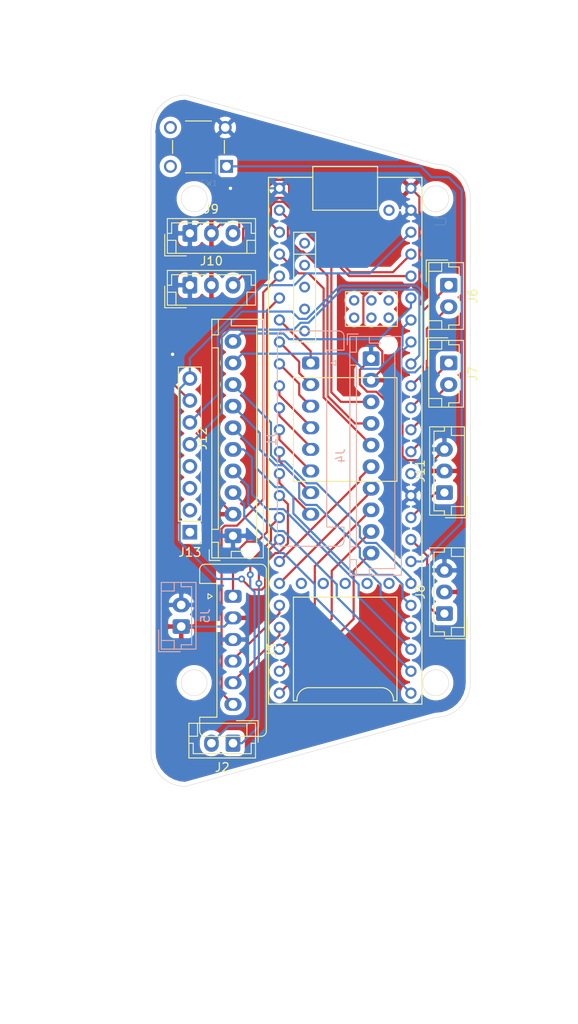
<source format=kicad_pcb>
(kicad_pcb (version 20171130) (host pcbnew "(5.1.6)-1")
  (layers (0 F.Cu signal) (31 B.Cu signal) (34 B.Paste user) (35 F.Paste user) (36 B.SilkS user) (37 F.SilkS user) (38 B.Mask user) (39 F.Mask user) (44 Edge.Cuts user))
  (net 0 "")
  (net 1 "Net-(J1-Pad8)")
  (net 2 "Net-(J1-Pad7)")
  (net 3 "Net-(J1-Pad6)")
  (net 4 "Net-(J1-Pad5)")
  (net 5 "Net-(J1-Pad4)")
  (net 6 "Net-(J1-Pad3)")
  (net 7 "Net-(J1-Pad2)")
  (net 8 "Net-(J1-Pad1)")
  (net 9 "Net-(J2-Pad2)")
  (net 10 "Net-(J2-Pad1)")
  (net 11 "Net-(J3-Pad6)")
  (net 12 "Net-(J3-Pad5)")
  (net 13 "Net-(J3-Pad4)")
  (net 14 GND)
  (net 15 +5V)
  (net 16 "Net-(J3-Pad1)")
  (net 17 "Net-(J4-Pad10)")
  (net 18 "Net-(J4-Pad9)")
  (net 19 "Net-(J4-Pad8)")
  (net 20 "Net-(J4-Pad7)")
  (net 21 "Net-(J4-Pad6)")
  (net 22 "Net-(J4-Pad5)")
  (net 23 "Net-(J4-Pad4)")
  (net 24 "Net-(J4-Pad3)")
  (net 25 "Net-(J6-Pad2)")
  (net 26 "Net-(J6-Pad1)")
  (net 27 "Net-(J7-Pad2)")
  (net 28 "Net-(J7-Pad1)")
  (net 29 "Net-(J8-Pad1)")
  (net 30 "Net-(J9-Pad3)")
  (net 31 "Net-(J10-Pad3)")
  (net 32 "Net-(J11-Pad1)")
  (net 33 "Net-(J12-Pad10)")
  (net 34 "Net-(J12-Pad9)")
  (net 35 "Net-(J12-Pad8)")
  (net 36 "Net-(J12-Pad7)")
  (net 37 "Net-(J12-Pad6)")
  (net 38 "Net-(J12-Pad5)")
  (net 39 "Net-(J12-Pad4)")
  (net 40 "Net-(J12-Pad3)")
  (net 41 +3V3)
  (net 42 "Net-(J13-Pad6)")
  (net 43 "Net-(J13-Pad5)")
  (net 44 "Net-(J13-Pad4)")
  (net 45 "Net-(J13-Pad3)")
  (net 46 "Net-(J13-Pad2)")
  (net 47 "Net-(J13-Pad1)")
  (net 48 "Net-(SW1-Pad4)")
  (net 49 "Net-(SW1-Pad2)")
  (net 50 "Net-(SW1-Pad1)")
  (net 51 "Net-(U1-PadUSB_GND@2)")
  (net 52 "Net-(U1-PadUSB_GND)")
  (net 53 "Net-(U1-PadD+)")
  (net 54 "Net-(U1-PadD)")
  (net 55 "Net-(U1-Pad5V)")
  (net 56 "Net-(U1-PadT)")
  (net 57 "Net-(U1-PadLED)")
  (net 58 "Net-(U1-PadT+)")
  (net 59 "Net-(U1-PadG)")
  (net 60 "Net-(U1-PadR+)")
  (net 61 "Net-(U1-PadR)")
  (net 62 "Net-(U1-PadD13/LED)")
  (net 63 "Net-(U1-PadPROGRAM)")
  (net 64 "Net-(U1-PadVUSB)")
  (net 65 "Net-(U1-PadON/OFF)")
  (net 66 "Net-(U1-PadGND@2)")
  (net 67 "Net-(U1-Pad3.3V@2)")
  (net 68 "Net-(U1-PadVBAT)")
  (module DEV-16771:DEV-16771 (layer F.Cu) (at 244.5 73 270)
    (fp_text reference U1 (at -26.035 -11.049 90) (layer F.SilkS) (effects (font (size 1.4 1.4) (thickness 0.015))))
    (fp_text value "Main - Teensy 4.1")
    (pad USB_GND@2 thru_hole circle (at -12.7 4.7 270) (size 1.258 1.258) (drill 0.75) (layers *.Cu *.Mask) (net 51 "Net-(U1-PadUSB_GND@2)"))
    (pad USB_GND thru_hole circle (at -15.24 4.7 270) (size 1.258 1.258) (drill 0.75) (layers *.Cu *.Mask) (net 52 "Net-(U1-PadUSB_GND)"))
    (pad D+ thru_hole circle (at -17.78 4.7 270) (size 1.258 1.258) (drill 0.75) (layers *.Cu *.Mask) (net 53 "Net-(U1-PadD+)"))
    (pad D thru_hole circle (at -20.32 4.7 270) (size 1.258 1.258) (drill 0.75) (layers *.Cu *.Mask) (net 54 "Net-(U1-PadD)"))
    (pad 5V thru_hole circle (at -22.86 4.7 270) (size 1.258 1.258) (drill 0.75) (layers *.Cu *.Mask) (net 55 "Net-(U1-Pad5V)"))
    (pad T thru_hole circle (at -16.24 -1.04 270) (size 1.208 1.208) (drill 0.7) (layers *.Cu *.Mask) (net 56 "Net-(U1-PadT)"))
    (pad LED thru_hole circle (at -16.24 -3.04 270) (size 1.208 1.208) (drill 0.7) (layers *.Cu *.Mask) (net 57 "Net-(U1-PadLED)"))
    (pad T+ thru_hole circle (at -14.24 -1.04 270) (size 1.208 1.208) (drill 0.7) (layers *.Cu *.Mask) (net 58 "Net-(U1-PadT+)"))
    (pad G thru_hole circle (at -14.24 -3.04 270) (size 1.208 1.208) (drill 0.7) (layers *.Cu *.Mask) (net 59 "Net-(U1-PadG)"))
    (pad R+ thru_hole circle (at -16.24 -5.04 270) (size 1.208 1.208) (drill 0.7) (layers *.Cu *.Mask) (net 60 "Net-(U1-PadR+)"))
    (pad R thru_hole circle (at -14.24 -5.04 270) (size 1.208 1.208) (drill 0.7) (layers *.Cu *.Mask) (net 61 "Net-(U1-PadR)"))
    (pad D13/LED thru_hole circle (at 3.81 -7.62 270) (size 1.308 1.308) (drill 0.8) (layers *.Cu *.Mask) (net 62 "Net-(U1-PadD13/LED)"))
    (pad GND@1 thru_hole circle (at 6.35 -7.62 270) (size 1.308 1.308) (drill 0.8) (layers *.Cu *.Mask) (net 14 GND))
    (pad D41/A17 thru_hole circle (at 8.89 -7.62 270) (size 1.308 1.308) (drill 0.8) (layers *.Cu *.Mask) (net 32 "Net-(J11-Pad1)"))
    (pad D40/A16 thru_hole circle (at 11.43 -7.62 270) (size 1.308 1.308) (drill 0.8) (layers *.Cu *.Mask) (net 29 "Net-(J8-Pad1)"))
    (pad D39/A15 thru_hole circle (at 13.97 -7.62 270) (size 1.308 1.308) (drill 0.8) (layers *.Cu *.Mask) (net 50 "Net-(SW1-Pad1)"))
    (pad D37 thru_hole circle (at 19.05 -7.62 270) (size 1.308 1.308) (drill 0.8) (layers *.Cu *.Mask) (net 36 "Net-(J12-Pad7)"))
    (pad D36 thru_hole circle (at 21.59 -7.62 270) (size 1.308 1.308) (drill 0.8) (layers *.Cu *.Mask) (net 37 "Net-(J12-Pad6)"))
    (pad D35 thru_hole circle (at 24.13 -7.62 270) (size 1.308 1.308) (drill 0.8) (layers *.Cu *.Mask) (net 38 "Net-(J12-Pad5)"))
    (pad D34 thru_hole circle (at 26.67 -7.62 270) (size 1.308 1.308) (drill 0.8) (layers *.Cu *.Mask) (net 39 "Net-(J12-Pad4)"))
    (pad D33 thru_hole circle (at 29.21 -7.62 270) (size 1.308 1.308) (drill 0.8) (layers *.Cu *.Mask) (net 40 "Net-(J12-Pad3)"))
    (pad D32 thru_hole circle (at 29.21 7.62 270) (size 1.308 1.308) (drill 0.8) (layers *.Cu *.Mask) (net 17 "Net-(J4-Pad10)"))
    (pad D31 thru_hole circle (at 26.67 7.62 270) (size 1.308 1.308) (drill 0.8) (layers *.Cu *.Mask) (net 18 "Net-(J4-Pad9)"))
    (pad D30 thru_hole circle (at 24.13 7.62 270) (size 1.308 1.308) (drill 0.8) (layers *.Cu *.Mask) (net 19 "Net-(J4-Pad8)"))
    (pad D29 thru_hole circle (at 21.59 7.62 270) (size 1.308 1.308) (drill 0.8) (layers *.Cu *.Mask) (net 12 "Net-(J3-Pad5)"))
    (pad D28 thru_hole circle (at 19.05 7.62 270) (size 1.308 1.308) (drill 0.8) (layers *.Cu *.Mask) (net 13 "Net-(J3-Pad4)"))
    (pad D27/A13 thru_hole circle (at 16.51 7.62 270) (size 1.308 1.308) (drill 0.8) (layers *.Cu *.Mask) (net 20 "Net-(J4-Pad7)"))
    (pad D26/A12 thru_hole circle (at 13.97 7.62 270) (size 1.308 1.308) (drill 0.8) (layers *.Cu *.Mask) (net 21 "Net-(J4-Pad6)"))
    (pad D25/A11 thru_hole circle (at 11.43 7.62 270) (size 1.308 1.308) (drill 0.8) (layers *.Cu *.Mask) (net 10 "Net-(J2-Pad1)"))
    (pad D24/A10 thru_hole circle (at 8.89 7.62 270) (size 1.308 1.308) (drill 0.8) (layers *.Cu *.Mask) (net 9 "Net-(J2-Pad2)"))
    (pad 3.3V thru_hole circle (at 6.35 7.62 270) (size 1.308 1.308) (drill 0.8) (layers *.Cu *.Mask) (net 41 +3V3))
    (pad PROGRAM thru_hole circle (at 16.51 -2.54 270) (size 1.308 1.308) (drill 0.8) (layers *.Cu *.Mask) (net 63 "Net-(U1-PadPROGRAM)"))
    (pad VUSB thru_hole circle (at -26.67 -5.08 270) (size 1.308 1.308) (drill 0.8) (layers *.Cu *.Mask) (net 64 "Net-(U1-PadVUSB)"))
    (pad VIN thru_hole circle (at -29.21 -7.62 270) (size 1.308 1.308) (drill 0.8) (layers *.Cu *.Mask) (net 15 +5V))
    (pad AGND thru_hole circle (at -26.67 -7.62 270) (size 1.308 1.308) (drill 0.8) (layers *.Cu *.Mask) (net 14 GND))
    (pad 3.3V@1 thru_hole circle (at -24.13 -7.62 270) (size 1.308 1.308) (drill 0.8) (layers *.Cu *.Mask) (net 41 +3V3))
    (pad D23/A9 thru_hole circle (at -21.59 -7.62 270) (size 1.308 1.308) (drill 0.8) (layers *.Cu *.Mask) (net 30 "Net-(J9-Pad3)"))
    (pad D22/A8 thru_hole circle (at -19.05 -7.62 270) (size 1.308 1.308) (drill 0.8) (layers *.Cu *.Mask) (net 31 "Net-(J10-Pad3)"))
    (pad D21/A7 thru_hole circle (at -16.51 -7.62 270) (size 1.308 1.308) (drill 0.8) (layers *.Cu *.Mask) (net 33 "Net-(J12-Pad10)"))
    (pad D20/A6 thru_hole circle (at -13.97 -7.62 270) (size 1.308 1.308) (drill 0.8) (layers *.Cu *.Mask) (net 34 "Net-(J12-Pad9)"))
    (pad D19/A5 thru_hole circle (at -11.43 -7.62 270) (size 1.308 1.308) (drill 0.8) (layers *.Cu *.Mask) (net 42 "Net-(J13-Pad6)"))
    (pad D18/A4 thru_hole circle (at -8.89 -7.62 270) (size 1.308 1.308) (drill 0.8) (layers *.Cu *.Mask) (net 43 "Net-(J13-Pad5)"))
    (pad D17/A3 thru_hole circle (at -6.35 -7.62 270) (size 1.308 1.308) (drill 0.8) (layers *.Cu *.Mask) (net 26 "Net-(J6-Pad1)"))
    (pad D16/A2 thru_hole circle (at -3.81 -7.62 270) (size 1.308 1.308) (drill 0.8) (layers *.Cu *.Mask) (net 25 "Net-(J6-Pad2)"))
    (pad D15/A1 thru_hole circle (at -1.27 -7.62 270) (size 1.308 1.308) (drill 0.8) (layers *.Cu *.Mask) (net 28 "Net-(J7-Pad1)"))
    (pad D14/A0 thru_hole circle (at 1.27 -7.62 270) (size 1.308 1.308) (drill 0.8) (layers *.Cu *.Mask) (net 27 "Net-(J7-Pad2)"))
    (pad D38/A14 thru_hole circle (at 16.51 -7.62 270) (size 1.308 1.308) (drill 0.8) (layers *.Cu *.Mask) (net 35 "Net-(J12-Pad8)"))
    (pad ON/OFF thru_hole circle (at 16.51 -5.08 270) (size 1.308 1.308) (drill 0.8) (layers *.Cu *.Mask) (net 65 "Net-(U1-PadON/OFF)"))
    (pad GND@2 thru_hole circle (at 16.51 0 270) (size 1.308 1.308) (drill 0.8) (layers *.Cu *.Mask) (net 66 "Net-(U1-PadGND@2)"))
    (pad 3.3V@2 thru_hole circle (at 16.51 2.54 270) (size 1.308 1.308) (drill 0.8) (layers *.Cu *.Mask) (net 67 "Net-(U1-Pad3.3V@2)"))
    (pad VBAT thru_hole circle (at 16.51 5.08 270) (size 1.308 1.308) (drill 0.8) (layers *.Cu *.Mask) (net 68 "Net-(U1-PadVBAT)"))
    (pad D12 thru_hole circle (at 3.81 7.62 270) (size 1.308 1.308) (drill 0.8) (layers *.Cu *.Mask) (net 1 "Net-(J1-Pad8)"))
    (pad D11 thru_hole circle (at 1.27 7.62 270) (size 1.308 1.308) (drill 0.8) (layers *.Cu *.Mask) (net 2 "Net-(J1-Pad7)"))
    (pad D10 thru_hole circle (at -1.27 7.62 270) (size 1.308 1.308) (drill 0.8) (layers *.Cu *.Mask) (net 3 "Net-(J1-Pad6)"))
    (pad D9 thru_hole circle (at -3.81 7.62 270) (size 1.308 1.308) (drill 0.8) (layers *.Cu *.Mask) (net 4 "Net-(J1-Pad5)"))
    (pad D8 thru_hole circle (at -6.35 7.62 270) (size 1.308 1.308) (drill 0.8) (layers *.Cu *.Mask) (net 5 "Net-(J1-Pad4)"))
    (pad D7 thru_hole circle (at -8.89 7.62 270) (size 1.308 1.308) (drill 0.8) (layers *.Cu *.Mask) (net 6 "Net-(J1-Pad3)"))
    (pad D6 thru_hole circle (at -11.43 7.62 270) (size 1.308 1.308) (drill 0.8) (layers *.Cu *.Mask) (net 7 "Net-(J1-Pad2)"))
    (pad D5 thru_hole circle (at -13.97 7.62 270) (size 1.308 1.308) (drill 0.8) (layers *.Cu *.Mask) (net 8 "Net-(J1-Pad1)"))
    (pad D4 thru_hole circle (at -16.51 7.62 270) (size 1.308 1.308) (drill 0.8) (layers *.Cu *.Mask) (net 16 "Net-(J3-Pad1)"))
    (pad D3 thru_hole circle (at -19.05 7.62 270) (size 1.308 1.308) (drill 0.8) (layers *.Cu *.Mask) (net 11 "Net-(J3-Pad6)"))
    (pad D2 thru_hole circle (at -21.59 7.62 270) (size 1.308 1.308) (drill 0.8) (layers *.Cu *.Mask) (net 22 "Net-(J4-Pad5)"))
    (pad D1 thru_hole circle (at -24.13 7.62 270) (size 1.308 1.308) (drill 0.8) (layers *.Cu *.Mask) (net 24 "Net-(J4-Pad3)"))
    (pad D0 thru_hole circle (at -26.67 7.62 270) (size 1.308 1.308) (drill 0.8) (layers *.Cu *.Mask) (net 23 "Net-(J4-Pad4)"))
    (pad GND thru_hole circle (at -29.21 7.62 270) (size 1.308 1.308) (drill 0.8) (layers *.Cu *.Mask) (net 14 GND))
  )
  (module button:TE_3-1825910-1 (layer F.Cu) (at 227.5 39 180)
    (fp_text reference SW1 (at -1.219648 -4.182039) (layer F.SilkS) (effects (font (size 0.640864 0.640864) (thickness 0.015))))
    (fp_text value 3-1825910-1)
    (pad 4 thru_hole circle (at 3.25 2.25 180) (size 1.498 1.498) (drill 0.99) (layers *.Cu *.Mask) (net 48 "Net-(SW1-Pad4)"))
    (pad 3 thru_hole circle (at -3.1 2.25 180) (size 1.498 1.498) (drill 0.99) (layers *.Cu *.Mask) (net 14 GND))
    (pad 2 thru_hole circle (at 3.25 -2.25 180) (size 1.498 1.498) (drill 0.99) (layers *.Cu *.Mask) (net 49 "Net-(SW1-Pad2)"))
    (pad 1 thru_hole rect (at -3.25 -2.25 180) (size 1.498 1.498) (drill 0.99) (layers *.Cu *.Mask) (net 50 "Net-(SW1-Pad1)"))
  )
  (module Connector_PinHeader_2.54mm:PinHeader_1x08_P2.54mm_Vertical (layer F.Cu) (at 226.5 83.58 180)
    (fp_text reference J13 (at 0 -2.33) (layer F.SilkS))
    (fp_text value BNO-055)
    (pad 8 thru_hole oval (at 0 17.78 180) (size 1.7 1.7) (drill 1) (layers *.Cu *.Mask) (net 41 +3V3))
    (pad 7 thru_hole oval (at 0 15.24 180) (size 1.7 1.7) (drill 1) (layers *.Cu *.Mask) (net 14 GND))
    (pad 6 thru_hole oval (at 0 12.7 180) (size 1.7 1.7) (drill 1) (layers *.Cu *.Mask) (net 42 "Net-(J13-Pad6)"))
    (pad 5 thru_hole oval (at 0 10.16 180) (size 1.7 1.7) (drill 1) (layers *.Cu *.Mask) (net 43 "Net-(J13-Pad5)"))
    (pad 4 thru_hole oval (at 0 7.62 180) (size 1.7 1.7) (drill 1) (layers *.Cu *.Mask) (net 44 "Net-(J13-Pad4)"))
    (pad 3 thru_hole oval (at 0 5.08 180) (size 1.7 1.7) (drill 1) (layers *.Cu *.Mask) (net 45 "Net-(J13-Pad3)"))
    (pad 2 thru_hole oval (at 0 2.54 180) (size 1.7 1.7) (drill 1) (layers *.Cu *.Mask) (net 46 "Net-(J13-Pad2)"))
    (pad 1 thru_hole rect (at 0 0 180) (size 1.7 1.7) (drill 1) (layers *.Cu *.Mask) (net 47 "Net-(J13-Pad1)"))
  )
  (module Connector_JST:JST_XH_B10B-XH-AM_1x10_P2.50mm_Vertical (layer F.Cu) (at 231.5 84 90)
    (fp_text reference J12 (at 11.25 -3.55 90) (layer F.SilkS))
    (fp_text value Conn_01x10_Male)
    (pad "" np_thru_hole circle (at -1.6 2 90) (size 1.2 1.2) (drill 1.2) (layers *.Cu *.Mask))
    (pad 10 thru_hole oval (at 22.5 0 90) (size 1.7 1.95) (drill 0.95) (layers *.Cu *.Mask) (net 33 "Net-(J12-Pad10)"))
    (pad 9 thru_hole oval (at 20 0 90) (size 1.7 1.95) (drill 0.95) (layers *.Cu *.Mask) (net 34 "Net-(J12-Pad9)"))
    (pad 8 thru_hole oval (at 17.5 0 90) (size 1.7 1.95) (drill 0.95) (layers *.Cu *.Mask) (net 35 "Net-(J12-Pad8)"))
    (pad 7 thru_hole oval (at 15 0 90) (size 1.7 1.95) (drill 0.95) (layers *.Cu *.Mask) (net 36 "Net-(J12-Pad7)"))
    (pad 6 thru_hole oval (at 12.5 0 90) (size 1.7 1.95) (drill 0.95) (layers *.Cu *.Mask) (net 37 "Net-(J12-Pad6)"))
    (pad 5 thru_hole oval (at 10 0 90) (size 1.7 1.95) (drill 0.95) (layers *.Cu *.Mask) (net 38 "Net-(J12-Pad5)"))
    (pad 4 thru_hole oval (at 7.5 0 90) (size 1.7 1.95) (drill 0.95) (layers *.Cu *.Mask) (net 39 "Net-(J12-Pad4)"))
    (pad 3 thru_hole oval (at 5 0 90) (size 1.7 1.95) (drill 0.95) (layers *.Cu *.Mask) (net 40 "Net-(J12-Pad3)"))
    (pad 2 thru_hole oval (at 2.5 0 90) (size 1.7 1.95) (drill 0.95) (layers *.Cu *.Mask) (net 15 +5V))
    (pad 1 thru_hole roundrect (at 0 0 90) (size 1.7 1.95) (drill 0.95) (layers *.Cu *.Mask) (roundrect_rratio 0.147059) (net 14 GND))
  )
  (module Connector_JST:JST_EH_B3B-EH-A_1x03_P2.50mm_Vertical (layer F.Cu) (at 256 79 90)
    (fp_text reference J11 (at 2.5 -2.8 90) (layer F.SilkS))
    (fp_text value A16)
    (pad 3 thru_hole oval (at 5 0 90) (size 1.7 1.95) (drill 0.95) (layers *.Cu *.Mask) (net 14 GND))
    (pad 2 thru_hole oval (at 2.5 0 90) (size 1.7 1.95) (drill 0.95) (layers *.Cu *.Mask) (net 15 +5V))
    (pad 1 thru_hole roundrect (at 0 0 90) (size 1.7 1.95) (drill 0.95) (layers *.Cu *.Mask) (roundrect_rratio 0.147059) (net 32 "Net-(J11-Pad1)"))
  )
  (module Connector_JST:JST_EH_B3B-EH-A_1x03_P2.50mm_Vertical (layer F.Cu) (at 226.5 55)
    (fp_text reference J10 (at 2.5 -2.8) (layer F.SilkS))
    (fp_text value "Dribbler 2")
    (pad 3 thru_hole oval (at 5 0) (size 1.7 1.95) (drill 0.95) (layers *.Cu *.Mask) (net 31 "Net-(J10-Pad3)"))
    (pad 2 thru_hole oval (at 2.5 0) (size 1.7 1.95) (drill 0.95) (layers *.Cu *.Mask) (net 15 +5V))
    (pad 1 thru_hole roundrect (at 0 0) (size 1.7 1.95) (drill 0.95) (layers *.Cu *.Mask) (roundrect_rratio 0.147059) (net 14 GND))
  )
  (module Connector_JST:JST_EH_B3B-EH-A_1x03_P2.50mm_Vertical (layer F.Cu) (at 226.5 49)
    (fp_text reference J9 (at 2.5 -2.8) (layer F.SilkS))
    (fp_text value "Dribbler 1")
    (pad 3 thru_hole oval (at 5 0) (size 1.7 1.95) (drill 0.95) (layers *.Cu *.Mask) (net 30 "Net-(J9-Pad3)"))
    (pad 2 thru_hole oval (at 2.5 0) (size 1.7 1.95) (drill 0.95) (layers *.Cu *.Mask) (net 15 +5V))
    (pad 1 thru_hole roundrect (at 0 0) (size 1.7 1.95) (drill 0.95) (layers *.Cu *.Mask) (roundrect_rratio 0.147059) (net 14 GND))
  )
  (module Connector_JST:JST_EH_B3B-EH-A_1x03_P2.50mm_Vertical (layer F.Cu) (at 256 93 90)
    (fp_text reference J8 (at 2.5 -2.8 90) (layer F.SilkS))
    (fp_text value A17)
    (pad 3 thru_hole oval (at 5 0 90) (size 1.7 1.95) (drill 0.95) (layers *.Cu *.Mask) (net 14 GND))
    (pad 2 thru_hole oval (at 2.5 0 90) (size 1.7 1.95) (drill 0.95) (layers *.Cu *.Mask) (net 15 +5V))
    (pad 1 thru_hole roundrect (at 0 0 90) (size 1.7 1.95) (drill 0.95) (layers *.Cu *.Mask) (roundrect_rratio 0.147059) (net 29 "Net-(J8-Pad1)"))
  )
  (module Connector_JST:JST_EH_B2B-EH-A_1x02_P2.50mm_Vertical (layer F.Cu) (at 256.5 64 270)
    (fp_text reference J7 (at 1.25 -2.8 90) (layer F.SilkS))
    (fp_text value UART2)
    (pad 2 thru_hole oval (at 2.5 0 270) (size 1.7 2) (drill 1) (layers *.Cu *.Mask) (net 27 "Net-(J7-Pad2)"))
    (pad 1 thru_hole roundrect (at 0 0 270) (size 1.7 2) (drill 1) (layers *.Cu *.Mask) (roundrect_rratio 0.147059) (net 28 "Net-(J7-Pad1)"))
  )
  (module Connector_JST:JST_EH_B2B-EH-A_1x02_P2.50mm_Vertical (layer F.Cu) (at 256.5 55 270)
    (fp_text reference J6 (at 1.25 -2.8 90) (layer F.SilkS))
    (fp_text value UART1)
    (pad 2 thru_hole oval (at 2.5 0 270) (size 1.7 2) (drill 1) (layers *.Cu *.Mask) (net 25 "Net-(J6-Pad2)"))
    (pad 1 thru_hole roundrect (at 0 0 270) (size 1.7 2) (drill 1) (layers *.Cu *.Mask) (roundrect_rratio 0.147059) (net 26 "Net-(J6-Pad1)"))
  )
  (module Connector_JST:JST_EH_B2B-EH-A_1x02_P2.50mm_Vertical (layer B.Cu) (at 225.5 94.5 90)
    (fp_text reference J5 (at 1.25 2.8 -90) (layer B.SilkS) (effects (justify mirror)))
    (fp_text value "B2B-XH-A(LF)(SN)")
    (pad 2 thru_hole oval (at 2.5 0 90) (size 1.7 2) (drill 1) (layers *.Cu *.Mask) (net 14 GND))
    (pad 1 thru_hole roundrect (at 0 0 90) (size 1.7 2) (drill 1) (layers *.Cu *.Mask) (roundrect_rratio 0.147059) (net 15 +5V))
  )
  (module Connector_JST:JST_XH_B10B-XH-AM_1x10_P2.50mm_Vertical (layer B.Cu) (at 247.5 63.5 270)
    (fp_text reference J4 (at 11.25 3.55 270) (layer B.SilkS) (effects (justify mirror)))
    (fp_text value "Lower Board Connector")
    (pad "" np_thru_hole circle (at -1.6 -2 270) (size 1.2 1.2) (drill 1.2) (layers *.Cu *.Mask))
    (pad 10 thru_hole oval (at 22.5 0 270) (size 1.7 1.95) (drill 0.95) (layers *.Cu *.Mask) (net 17 "Net-(J4-Pad10)"))
    (pad 9 thru_hole oval (at 20 0 270) (size 1.7 1.95) (drill 0.95) (layers *.Cu *.Mask) (net 18 "Net-(J4-Pad9)"))
    (pad 8 thru_hole oval (at 17.5 0 270) (size 1.7 1.95) (drill 0.95) (layers *.Cu *.Mask) (net 19 "Net-(J4-Pad8)"))
    (pad 7 thru_hole oval (at 15 0 270) (size 1.7 1.95) (drill 0.95) (layers *.Cu *.Mask) (net 20 "Net-(J4-Pad7)"))
    (pad 6 thru_hole oval (at 12.5 0 270) (size 1.7 1.95) (drill 0.95) (layers *.Cu *.Mask) (net 21 "Net-(J4-Pad6)"))
    (pad 5 thru_hole oval (at 10 0 270) (size 1.7 1.95) (drill 0.95) (layers *.Cu *.Mask) (net 22 "Net-(J4-Pad5)"))
    (pad 4 thru_hole oval (at 7.5 0 270) (size 1.7 1.95) (drill 0.95) (layers *.Cu *.Mask) (net 23 "Net-(J4-Pad4)"))
    (pad 3 thru_hole oval (at 5 0 270) (size 1.7 1.95) (drill 0.95) (layers *.Cu *.Mask) (net 24 "Net-(J4-Pad3)"))
    (pad 2 thru_hole oval (at 2.5 0 270) (size 1.7 1.95) (drill 0.95) (layers *.Cu *.Mask) (net 15 +5V))
    (pad 1 thru_hole roundrect (at 0 0 270) (size 1.7 1.95) (drill 0.95) (layers *.Cu *.Mask) (roundrect_rratio 0.147059) (net 14 GND))
  )
  (module Connector_Stocko:Stocko_MKS_1656-6-0-606_1x6_P2.50mm_Vertical (layer F.Cu) (at 231.5 91 270)
    (fp_text reference J3 (at 6.25 -4.5 90) (layer F.SilkS))
    (fp_text value Bluetooth)
    (pad 6 thru_hole oval (at 12.5 0 270) (size 1.5 2) (drill 1) (layers *.Cu *.Mask) (net 11 "Net-(J3-Pad6)"))
    (pad 5 thru_hole oval (at 10 0 270) (size 1.5 2) (drill 1) (layers *.Cu *.Mask) (net 12 "Net-(J3-Pad5)"))
    (pad 4 thru_hole oval (at 7.5 0 270) (size 1.5 2) (drill 1) (layers *.Cu *.Mask) (net 13 "Net-(J3-Pad4)"))
    (pad 3 thru_hole oval (at 5 0 270) (size 1.5 2) (drill 1) (layers *.Cu *.Mask) (net 14 GND))
    (pad 2 thru_hole oval (at 2.5 0 270) (size 1.5 2) (drill 1) (layers *.Cu *.Mask) (net 15 +5V))
    (pad 1 thru_hole roundrect (at 0 0 270) (size 1.5 2) (drill 1) (layers *.Cu *.Mask) (net 16 "Net-(J3-Pad1)"))
  )
  (module Connector_JST:JST_EH_B2B-EH-A_1x02_P2.50mm_Vertical (layer F.Cu) (at 231.5 108 180)
    (fp_text reference J2 (at 1.25 -2.8) (layer F.SilkS))
    (fp_text value Camera)
    (pad 2 thru_hole oval (at 2.5 0 180) (size 1.7 2) (drill 1) (layers *.Cu *.Mask) (net 9 "Net-(J2-Pad2)"))
    (pad 1 thru_hole roundrect (at 0 0 180) (size 1.7 2) (drill 1) (layers *.Cu *.Mask) (roundrect_rratio 0.147059) (net 10 "Net-(J2-Pad1)"))
  )
  (module Connector_Stocko:Stocko_MKS_1658-6-0-808_1x8_P2.50mm_Vertical (layer B.Cu) (at 240.5 64 270)
    (fp_text reference J1 (at 8.75 4.5 90) (layer B.SilkS) (effects (justify mirror)))
    (fp_text value "Motor Connector")
    (pad 8 thru_hole oval (at 17.5 0 270) (size 1.5 2) (drill 1) (layers *.Cu *.Mask) (net 1 "Net-(J1-Pad8)"))
    (pad 7 thru_hole oval (at 15 0 270) (size 1.5 2) (drill 1) (layers *.Cu *.Mask) (net 2 "Net-(J1-Pad7)"))
    (pad 6 thru_hole oval (at 12.5 0 270) (size 1.5 2) (drill 1) (layers *.Cu *.Mask) (net 3 "Net-(J1-Pad6)"))
    (pad 5 thru_hole oval (at 10 0 270) (size 1.5 2) (drill 1) (layers *.Cu *.Mask) (net 4 "Net-(J1-Pad5)"))
    (pad 4 thru_hole oval (at 7.5 0 270) (size 1.5 2) (drill 1) (layers *.Cu *.Mask) (net 5 "Net-(J1-Pad4)"))
    (pad 3 thru_hole oval (at 5 0 270) (size 1.5 2) (drill 1) (layers *.Cu *.Mask) (net 6 "Net-(J1-Pad3)"))
    (pad 2 thru_hole oval (at 2.5 0 270) (size 1.5 2) (drill 1) (layers *.Cu *.Mask) (net 7 "Net-(J1-Pad2)"))
    (pad 1 thru_hole roundrect (at 0 0 270) (size 1.5 2) (drill 1) (layers *.Cu *.Mask) (net 8 "Net-(J1-Pad1)"))
  )
  (gr_line (start 222 37) (end 222 109) (layer Edge.Cuts) (width 0.05))
  (gr_circle (center 227 101) (end 228.5 101) (layer Edge.Cuts) (width 0.05))
  (gr_circle (center 255 101) (end 256.5 101) (layer Edge.Cuts) (width 0.05))
  (gr_circle (center 255 45) (end 256.5 45) (layer Edge.Cuts) (width 0.05))
  (gr_circle (center 227 45) (end 228.5 45) (layer Edge.Cuts) (width 0.05))
  (gr_line (start 255 41) (end 226 33) (layer Edge.Cuts) (width 0.05))
  (gr_line (start 259 101) (end 259 45) (layer Edge.Cuts) (width 0.05))
  (gr_line (start 226 113) (end 255 105) (layer Edge.Cuts) (width 0.05))
  (gr_arc (start 255 45) (end 259 45) (angle -90) (layer Edge.Cuts) (width 0.05))
  (gr_arc (start 226 109) (end 222 109) (angle -90) (layer Edge.Cuts) (width 0.05))
  (gr_arc (start 226 37) (end 226 33) (angle -90) (layer Edge.Cuts) (width 0.05))
  (gr_arc (start 255 101) (end 255 105) (angle -90) (layer Edge.Cuts) (width 0.05))
  (segment (start 236.88 77.88) (end 236.88 76.81) (width 0.25) (layer F.Cu) (net 1))
  (segment (start 240.5 81.5) (end 236.88 77.88) (width 0.25) (layer F.Cu) (net 1))
  (segment (start 236.88 75.38) (end 236.88 74.27) (width 0.25) (layer F.Cu) (net 2))
  (segment (start 240.5 79) (end 236.88 75.38) (width 0.25) (layer F.Cu) (net 2))
  (segment (start 236.88 72.88) (end 236.88 71.73) (width 0.25) (layer F.Cu) (net 3))
  (segment (start 240.5 76.5) (end 236.88 72.88) (width 0.25) (layer F.Cu) (net 3))
  (segment (start 236.88 70.114895) (end 236.88 69.19) (width 0.25) (layer F.Cu) (net 4))
  (segment (start 240.5 73.734895) (end 236.88 70.114895) (width 0.25) (layer F.Cu) (net 4))
  (segment (start 240.5 74) (end 240.5 73.734895) (width 0.25) (layer F.Cu) (net 4))
  (segment (start 236.88 67.741078) (end 236.88 66.65) (width 0.25) (layer F.Cu) (net 5))
  (segment (start 240.5 71.361078) (end 236.88 67.741078) (width 0.25) (layer F.Cu) (net 5))
  (segment (start 240.5 71.5) (end 240.5 71.361078) (width 0.25) (layer F.Cu) (net 5))
  (segment (start 239.17499 67.67499) (end 239.17499 66.40499) (width 0.25) (layer F.Cu) (net 6))
  (segment (start 239.17499 66.40499) (end 236.88 64.11) (width 0.25) (layer F.Cu) (net 6))
  (segment (start 240.5 69) (end 239.17499 67.67499) (width 0.25) (layer F.Cu) (net 6))
  (segment (start 239.17499 65.17499) (end 239.17499 63.86499) (width 0.25) (layer F.Cu) (net 7))
  (segment (start 239.17499 63.86499) (end 236.88 61.57) (width 0.25) (layer F.Cu) (net 7))
  (segment (start 240.5 66.5) (end 239.17499 65.17499) (width 0.25) (layer F.Cu) (net 7))
  (segment (start 240.5 62.65) (end 236.88 59.03) (width 0.25) (layer F.Cu) (net 8))
  (segment (start 240.5 64) (end 240.5 62.65) (width 0.25) (layer F.Cu) (net 8))
  (segment (start 229 108) (end 231 106) (width 0.25) (layer B.Cu) (net 9))
  (segment (start 231 106) (end 233 106) (width 0.25) (layer B.Cu) (net 9))
  (segment (start 233 106) (end 234 105) (width 0.25) (layer B.Cu) (net 9))
  (segment (start 234 105) (end 234 90.5) (width 0.25) (layer B.Cu) (net 9))
  (segment (start 234 90.5) (end 233.5 90) (width 0.25) (layer B.Cu) (net 9))
  (segment (start 233.5 90) (end 233.5 88.5) (width 0.25) (layer B.Cu) (net 9))
  (segment (start 233.5 88.5) (end 233.5 88.5) (width 0.25) (layer B.Cu) (net 9))
  (via (at 233.5 88.5) (size 0.8) (drill 0.4) (layers F.Cu B.Cu) (net 9))
  (segment (start 235.900999 82.869001) (end 236.88 81.89) (width 0.25) (layer F.Cu) (net 9))
  (segment (start 233.5 87) (end 235.900999 84.599001) (width 0.25) (layer F.Cu) (net 9))
  (segment (start 235.900999 84.599001) (end 235.900999 82.869001) (width 0.25) (layer F.Cu) (net 9))
  (segment (start 233.5 88.5) (end 233.5 87) (width 0.25) (layer F.Cu) (net 9))
  (segment (start 232.538922 108) (end 234.5 106.038922) (width 0.25) (layer B.Cu) (net 10))
  (segment (start 231.5 108) (end 232.538922 108) (width 0.25) (layer B.Cu) (net 10))
  (via (at 234.5 89.5) (size 0.8) (drill 0.4) (layers F.Cu B.Cu) (net 10))
  (segment (start 234.5 86.81) (end 236.88 84.43) (width 0.25) (layer F.Cu) (net 10))
  (segment (start 234.5 88.5) (end 234.5 86.81) (width 0.25) (layer F.Cu) (net 10))
  (segment (start 234.5 88.5) (end 234.5 89.5) (width 0.25) (layer F.Cu) (net 10))
  (segment (start 234.5 89.5) (end 234.5 106.038922) (width 0.25) (layer B.Cu) (net 10))
  (segment (start 235.000979 55.829021) (end 236.88 53.95) (width 0.25) (layer F.Cu) (net 11))
  (segment (start 235.000979 79.785736) (end 235.000979 55.829021) (width 0.25) (layer F.Cu) (net 11))
  (segment (start 231.961725 82.82499) (end 235.000979 79.785736) (width 0.25) (layer F.Cu) (net 11))
  (segment (start 230.53682 82.82499) (end 231.961725 82.82499) (width 0.25) (layer F.Cu) (net 11))
  (segment (start 230.17499 83.18682) (end 230.53682 82.82499) (width 0.25) (layer F.Cu) (net 11))
  (segment (start 230.17499 102.17499) (end 230.17499 83.18682) (width 0.25) (layer F.Cu) (net 11))
  (segment (start 231.5 103.5) (end 230.17499 102.17499) (width 0.25) (layer F.Cu) (net 11))
  (segment (start 231.5 100.894895) (end 231.5 101) (width 0.25) (layer F.Cu) (net 12))
  (segment (start 236.88 95.514895) (end 231.5 100.894895) (width 0.25) (layer F.Cu) (net 12))
  (segment (start 236.88 94.59) (end 236.88 95.514895) (width 0.25) (layer F.Cu) (net 12))
  (segment (start 231.5 98.354895) (end 231.5 98.5) (width 0.25) (layer F.Cu) (net 13))
  (segment (start 236.88 92.974895) (end 231.5 98.354895) (width 0.25) (layer F.Cu) (net 13))
  (segment (start 236.88 92.05) (end 236.88 92.974895) (width 0.25) (layer F.Cu) (net 13))
  (segment (start 231.206998 43.79) (end 229.675999 42.259001) (width 0.25) (layer B.Cu) (net 14))
  (segment (start 229.675999 37.674001) (end 230.6 36.75) (width 0.25) (layer B.Cu) (net 14))
  (segment (start 229.675999 42.259001) (end 229.675999 37.674001) (width 0.25) (layer B.Cu) (net 14))
  (segment (start 236.88 43.79) (end 231.206998 43.79) (width 0.25) (layer B.Cu) (net 14))
  (segment (start 231.206998 44.293002) (end 226.5 49) (width 0.25) (layer B.Cu) (net 14))
  (segment (start 231.206998 43.79) (end 231.206998 43.793002) (width 0.25) (layer B.Cu) (net 14))
  (segment (start 231.206998 43.793002) (end 231.206998 44.293002) (width 0.25) (layer B.Cu) (net 14))
  (via (at 231.206998 43.793002) (size 0.8) (drill 0.4) (layers F.Cu B.Cu) (net 14))
  (segment (start 226.5 49) (end 226.5 55) (width 0.25) (layer B.Cu) (net 14))
  (segment (start 226.5 55) (end 226.5 61) (width 0.25) (layer B.Cu) (net 14))
  (segment (start 226.5 61) (end 224.5 63) (width 0.25) (layer B.Cu) (net 14))
  (segment (start 224.5 63) (end 224.5 63) (width 0.25) (layer B.Cu) (net 14))
  (via (at 224.5 63) (size 0.8) (drill 0.4) (layers F.Cu B.Cu) (net 14))
  (segment (start 224.5 66.34) (end 226.5 68.34) (width 0.25) (layer F.Cu) (net 14))
  (segment (start 224.5 63) (end 224.5 66.34) (width 0.25) (layer F.Cu) (net 14))
  (segment (start 254.750999 75.249001) (end 256 74) (width 0.25) (layer F.Cu) (net 14))
  (segment (start 251.650079 75.249001) (end 254.750999 75.249001) (width 0.25) (layer F.Cu) (net 14))
  (segment (start 251.140999 74.739921) (end 251.650079 75.249001) (width 0.25) (layer F.Cu) (net 14))
  (segment (start 251.140999 70.354284) (end 251.140999 74.739921) (width 0.25) (layer F.Cu) (net 14))
  (segment (start 248.111705 67.32499) (end 251.140999 70.354284) (width 0.25) (layer F.Cu) (net 14))
  (segment (start 246.19999 66.486705) (end 247.038275 67.32499) (width 0.25) (layer F.Cu) (net 14))
  (segment (start 246.19999 64.80001) (end 246.19999 66.486705) (width 0.25) (layer F.Cu) (net 14))
  (segment (start 247.038275 67.32499) (end 248.111705 67.32499) (width 0.25) (layer F.Cu) (net 14))
  (segment (start 247.5 63.5) (end 246.19999 64.80001) (width 0.25) (layer F.Cu) (net 14))
  (segment (start 230.5 94.5) (end 231.5 93.5) (width 0.25) (layer B.Cu) (net 15))
  (segment (start 225.5 94.5) (end 230.5 94.5) (width 0.25) (layer B.Cu) (net 15))
  (segment (start 235.639011 42.360989) (end 229 49) (width 0.25) (layer F.Cu) (net 15))
  (segment (start 250.690989 42.360989) (end 235.639011 42.360989) (width 0.25) (layer F.Cu) (net 15))
  (segment (start 252.12 43.79) (end 250.690989 42.360989) (width 0.25) (layer F.Cu) (net 15))
  (segment (start 253.099001 54.419921) (end 253.099001 44.769001) (width 0.25) (layer F.Cu) (net 15))
  (segment (start 252.589921 54.929001) (end 253.099001 54.419921) (width 0.25) (layer F.Cu) (net 15))
  (segment (start 253.099001 44.769001) (end 252.12 43.79) (width 0.25) (layer F.Cu) (net 15))
  (segment (start 246.610999 60.472809) (end 246.610999 56.314079) (width 0.25) (layer F.Cu) (net 15))
  (segment (start 247.996077 54.929001) (end 252.589921 54.929001) (width 0.25) (layer F.Cu) (net 15))
  (segment (start 246.610999 56.314079) (end 247.996077 54.929001) (width 0.25) (layer F.Cu) (net 15))
  (segment (start 248.80001 62.66182) (end 246.610999 60.472809) (width 0.25) (layer F.Cu) (net 15))
  (segment (start 248.80001 64.69999) (end 248.80001 62.66182) (width 0.25) (layer F.Cu) (net 15))
  (segment (start 247.5 66) (end 248.80001 64.69999) (width 0.25) (layer F.Cu) (net 15))
  (segment (start 229 49) (end 229 55) (width 0.25) (layer F.Cu) (net 15))
  (segment (start 229 79) (end 231.5 81.5) (width 0.25) (layer F.Cu) (net 15))
  (segment (start 229 55) (end 229 79) (width 0.25) (layer F.Cu) (net 15))
  (segment (start 233.055999 84.674999) (end 234.325001 84.674999) (width 0.25) (layer F.Cu) (net 16))
  (segment (start 234.325001 84.674999) (end 235.450989 83.549011) (width 0.25) (layer F.Cu) (net 16))
  (segment (start 231.5 91) (end 231.5 86.230998) (width 0.25) (layer F.Cu) (net 16))
  (segment (start 231.5 86.230998) (end 233.055999 84.674999) (width 0.25) (layer F.Cu) (net 16))
  (segment (start 235.450989 57.919011) (end 236.88 56.49) (width 0.25) (layer F.Cu) (net 16))
  (segment (start 235.450989 83.549011) (end 235.450989 57.919011) (width 0.25) (layer F.Cu) (net 16))
  (segment (start 245.479001 93.610999) (end 236.88 102.21) (width 0.25) (layer F.Cu) (net 17))
  (segment (start 245.479001 88.020999) (end 245.479001 93.610999) (width 0.25) (layer F.Cu) (net 17))
  (segment (start 247.5 86) (end 245.479001 88.020999) (width 0.25) (layer F.Cu) (net 17))
  (segment (start 242.939001 93.610999) (end 236.88 99.67) (width 0.25) (layer F.Cu) (net 18))
  (segment (start 242.939001 88.060999) (end 242.939001 93.610999) (width 0.25) (layer F.Cu) (net 18))
  (segment (start 247.5 83.5) (end 242.939001 88.060999) (width 0.25) (layer F.Cu) (net 18))
  (segment (start 240.980999 93.029001) (end 236.88 97.13) (width 0.25) (layer F.Cu) (net 19))
  (segment (start 240.980999 87.519001) (end 240.980999 93.029001) (width 0.25) (layer F.Cu) (net 19))
  (segment (start 247.5 81) (end 240.980999 87.519001) (width 0.25) (layer F.Cu) (net 19))
  (segment (start 247.5 78.89) (end 236.88 89.51) (width 0.25) (layer F.Cu) (net 20))
  (segment (start 247.5 78.5) (end 247.5 78.89) (width 0.25) (layer F.Cu) (net 20))
  (segment (start 246.19999 77.65001) (end 236.88 86.97) (width 0.25) (layer F.Cu) (net 21))
  (segment (start 246.19999 77.30001) (end 246.19999 77.65001) (width 0.25) (layer F.Cu) (net 21))
  (segment (start 247.5 76) (end 246.19999 77.30001) (width 0.25) (layer F.Cu) (net 21))
  (segment (start 247.5 73.5) (end 242 68) (width 0.25) (layer F.Cu) (net 22))
  (segment (start 239.104001 53.634001) (end 236.88 51.41) (width 0.25) (layer F.Cu) (net 22))
  (segment (start 240.257921 53.634001) (end 239.104001 53.634001) (width 0.25) (layer F.Cu) (net 22))
  (segment (start 242 55.37608) (end 240.257921 53.634001) (width 0.25) (layer F.Cu) (net 22))
  (segment (start 242 68) (end 242 55.37608) (width 0.25) (layer F.Cu) (net 22))
  (segment (start 247.5 71) (end 245.63641 71) (width 0.25) (layer F.Cu) (net 23))
  (segment (start 237.859001 47.309001) (end 236.88 46.33) (width 0.25) (layer F.Cu) (net 23))
  (segment (start 237.859001 49.610923) (end 237.859001 47.309001) (width 0.25) (layer F.Cu) (net 23))
  (segment (start 239.342079 51.094001) (end 237.859001 49.610923) (width 0.25) (layer F.Cu) (net 23))
  (segment (start 239.625923 51.094001) (end 239.342079 51.094001) (width 0.25) (layer F.Cu) (net 23))
  (segment (start 242.45001 53.918088) (end 239.625923 51.094001) (width 0.25) (layer F.Cu) (net 23))
  (segment (start 242.45001 67.8136) (end 242.45001 53.918088) (width 0.25) (layer F.Cu) (net 23))
  (segment (start 245.63641 71) (end 242.45001 67.8136) (width 0.25) (layer F.Cu) (net 23))
  (segment (start 247.5 68.5) (end 244 68.5) (width 0.25) (layer F.Cu) (net 24))
  (segment (start 242.90002 51.828098) (end 239.571922 48.5) (width 0.25) (layer F.Cu) (net 24))
  (segment (start 244 68.5) (end 242.90002 67.40002) (width 0.25) (layer F.Cu) (net 24))
  (segment (start 242.90002 67.40002) (end 242.90002 51.828098) (width 0.25) (layer F.Cu) (net 24))
  (segment (start 235.900999 47.890999) (end 236.88 48.87) (width 0.25) (layer F.Cu) (net 24))
  (segment (start 237.349921 45.350999) (end 236.410079 45.350999) (width 0.25) (layer F.Cu) (net 24))
  (segment (start 238.309009 46.310087) (end 237.349921 45.350999) (width 0.25) (layer F.Cu) (net 24))
  (segment (start 238.309011 48.309011) (end 238.309009 46.310087) (width 0.25) (layer F.Cu) (net 24))
  (segment (start 236.410079 45.350999) (end 235.900999 45.860079) (width 0.25) (layer F.Cu) (net 24))
  (segment (start 238.5 48.5) (end 238.309011 48.309011) (width 0.25) (layer F.Cu) (net 24))
  (segment (start 235.900999 45.860079) (end 235.900999 47.890999) (width 0.25) (layer F.Cu) (net 24))
  (segment (start 239.571922 48.5) (end 238.5 48.5) (width 0.25) (layer F.Cu) (net 24))
  (segment (start 253.95001 60.04999) (end 253.95001 67.35999) (width 0.25) (layer F.Cu) (net 25))
  (segment (start 253.95001 67.35999) (end 252.12 69.19) (width 0.25) (layer F.Cu) (net 25))
  (segment (start 256.5 57.5) (end 253.95001 60.04999) (width 0.25) (layer F.Cu) (net 25))
  (segment (start 256.5 55) (end 253.5 58) (width 0.25) (layer F.Cu) (net 26))
  (segment (start 253.5 65.27) (end 252.12 66.65) (width 0.25) (layer F.Cu) (net 26))
  (segment (start 253.5 58) (end 253.5 65.27) (width 0.25) (layer F.Cu) (net 26))
  (segment (start 256.5 66.5) (end 254.85003 68.14997) (width 0.25) (layer F.Cu) (net 27))
  (segment (start 254.85003 71.53997) (end 252.12 74.27) (width 0.25) (layer F.Cu) (net 27))
  (segment (start 254.85003 68.14997) (end 254.85003 71.53997) (width 0.25) (layer F.Cu) (net 27))
  (segment (start 254.40002 69.44998) (end 252.12 71.73) (width 0.25) (layer F.Cu) (net 28))
  (segment (start 254.40002 66.09998) (end 254.40002 69.44998) (width 0.25) (layer F.Cu) (net 28))
  (segment (start 256.5 64) (end 254.40002 66.09998) (width 0.25) (layer F.Cu) (net 28))
  (segment (start 255.025 93) (end 254 91.975) (width 0.25) (layer F.Cu) (net 29))
  (segment (start 256 93) (end 255.025 93) (width 0.25) (layer F.Cu) (net 29))
  (segment (start 254 86.31) (end 252.12 84.43) (width 0.25) (layer F.Cu) (net 29))
  (segment (start 254 91.975) (end 254 86.31) (width 0.25) (layer F.Cu) (net 29))
  (segment (start 232.225 46.996078) (end 236.410079 42.810999) (width 0.25) (layer F.Cu) (net 30))
  (segment (start 231.5 49) (end 232.225 48.275) (width 0.25) (layer F.Cu) (net 30))
  (segment (start 237.349921 42.810999) (end 238 43.461078) (width 0.25) (layer F.Cu) (net 30))
  (segment (start 236.410079 42.810999) (end 237.349921 42.810999) (width 0.25) (layer F.Cu) (net 30))
  (segment (start 232.225 48.275) (end 232.225 46.996078) (width 0.25) (layer F.Cu) (net 30))
  (segment (start 244 50.728258) (end 244 52.36359) (width 0.25) (layer F.Cu) (net 30))
  (segment (start 238 43.461078) (end 238 44.728258) (width 0.25) (layer F.Cu) (net 30))
  (segment (start 238 44.728258) (end 244 50.728258) (width 0.25) (layer F.Cu) (net 30))
  (segment (start 244 52.36359) (end 245.13641 53.5) (width 0.25) (layer F.Cu) (net 30))
  (segment (start 250.03 53.5) (end 252.12 51.41) (width 0.25) (layer F.Cu) (net 30))
  (segment (start 245.13641 53.5) (end 250.03 53.5) (width 0.25) (layer F.Cu) (net 30))
  (segment (start 237.536322 44.90099) (end 243.5 50.864668) (width 0.25) (layer F.Cu) (net 31))
  (segment (start 236.223679 44.900989) (end 237.536322 44.90099) (width 0.25) (layer F.Cu) (net 31))
  (segment (start 232.67501 48.449658) (end 236.223679 44.900989) (width 0.25) (layer F.Cu) (net 31))
  (segment (start 231.5 55) (end 232.67501 53.82499) (width 0.25) (layer F.Cu) (net 31))
  (segment (start 232.67501 53.82499) (end 232.67501 48.449658) (width 0.25) (layer F.Cu) (net 31))
  (segment (start 243.5 50.864668) (end 243.5 52.5) (width 0.25) (layer F.Cu) (net 31))
  (segment (start 244.95 53.95) (end 252.12 53.95) (width 0.25) (layer F.Cu) (net 31))
  (segment (start 243.5 52.5) (end 244.95 53.95) (width 0.25) (layer F.Cu) (net 31))
  (segment (start 255.01 79) (end 252.12 81.89) (width 0.25) (layer F.Cu) (net 32))
  (segment (start 256 79) (end 255.01 79) (width 0.25) (layer F.Cu) (net 32))
  (segment (start 252.12 57.581078) (end 252.12 56.49) (width 0.25) (layer B.Cu) (net 33))
  (segment (start 248.447077 61.254001) (end 252.12 57.581078) (width 0.25) (layer B.Cu) (net 33))
  (segment (start 238.012923 61.254001) (end 248.447077 61.254001) (width 0.25) (layer B.Cu) (net 33))
  (segment (start 232.409001 60.590999) (end 237.349921 60.590999) (width 0.25) (layer B.Cu) (net 33))
  (segment (start 237.349921 60.590999) (end 238.012923 61.254001) (width 0.25) (layer B.Cu) (net 33))
  (segment (start 231.5 61.5) (end 232.409001 60.590999) (width 0.25) (layer B.Cu) (net 33))
  (segment (start 251.140999 60.009001) (end 252.12 59.03) (width 0.25) (layer B.Cu) (net 34))
  (segment (start 251.140999 61.997191) (end 251.140999 60.009001) (width 0.25) (layer B.Cu) (net 34))
  (segment (start 246.53682 64.67501) (end 248.46318 64.67501) (width 0.25) (layer B.Cu) (net 34))
  (segment (start 244.7868 62.92499) (end 246.53682 64.67501) (width 0.25) (layer B.Cu) (net 34))
  (segment (start 248.46318 64.67501) (end 251.140999 61.997191) (width 0.25) (layer B.Cu) (net 34))
  (segment (start 232.57501 62.92499) (end 244.7868 62.92499) (width 0.25) (layer B.Cu) (net 34))
  (segment (start 231.5 64) (end 232.57501 62.92499) (width 0.25) (layer B.Cu) (net 34))
  (segment (start 252.12 88.833285) (end 252.12 89.51) (width 0.25) (layer B.Cu) (net 35))
  (segment (start 248.111705 84.82499) (end 252.12 88.833285) (width 0.25) (layer B.Cu) (net 35))
  (segment (start 246.888295 84.82499) (end 248.111705 84.82499) (width 0.25) (layer B.Cu) (net 35))
  (segment (start 246.19999 82.929697) (end 246.19999 84.136685) (width 0.25) (layer B.Cu) (net 35))
  (segment (start 246.19999 84.136685) (end 246.888295 84.82499) (width 0.25) (layer B.Cu) (net 35))
  (segment (start 241.195283 77.92499) (end 246.19999 82.929697) (width 0.25) (layer B.Cu) (net 35))
  (segment (start 237.536322 75.38099) (end 240.080322 77.92499) (width 0.25) (layer B.Cu) (net 35))
  (segment (start 236.596479 75.380989) (end 237.536322 75.38099) (width 0.25) (layer B.Cu) (net 35))
  (segment (start 235.900999 74.685509) (end 236.596479 75.380989) (width 0.25) (layer B.Cu) (net 35))
  (segment (start 240.080322 77.92499) (end 241.195283 77.92499) (width 0.25) (layer B.Cu) (net 35))
  (segment (start 235.900999 70.900999) (end 235.900999 74.685509) (width 0.25) (layer B.Cu) (net 35))
  (segment (start 231.5 66.5) (end 235.900999 70.900999) (width 0.25) (layer B.Cu) (net 35))
  (segment (start 251.140999 91.070999) (end 252.12 92.05) (width 0.25) (layer B.Cu) (net 36))
  (segment (start 250.049921 88.530999) (end 251.140999 89.622077) (width 0.25) (layer B.Cu) (net 36))
  (segment (start 251.140999 89.622077) (end 251.140999 91.070999) (width 0.25) (layer B.Cu) (net 36))
  (segment (start 246.19999 86.486705) (end 248.244284 88.530999) (width 0.25) (layer B.Cu) (net 36))
  (segment (start 246.19999 85.429697) (end 246.19999 86.486705) (width 0.25) (layer B.Cu) (net 36))
  (segment (start 241.195283 80.42499) (end 246.19999 85.429697) (width 0.25) (layer B.Cu) (net 36))
  (segment (start 239.92499 80.42499) (end 241.195283 80.42499) (width 0.25) (layer B.Cu) (net 36))
  (segment (start 239.17499 79.67499) (end 239.92499 80.42499) (width 0.25) (layer B.Cu) (net 36))
  (segment (start 239.17499 77.656068) (end 239.17499 79.67499) (width 0.25) (layer B.Cu) (net 36))
  (segment (start 237.349921 75.830999) (end 239.17499 77.656068) (width 0.25) (layer B.Cu) (net 36))
  (segment (start 236.410079 75.830999) (end 237.349921 75.830999) (width 0.25) (layer B.Cu) (net 36))
  (segment (start 248.244284 88.530999) (end 250.049921 88.530999) (width 0.25) (layer B.Cu) (net 36))
  (segment (start 234.600049 74.020969) (end 236.410079 75.830999) (width 0.25) (layer B.Cu) (net 36))
  (segment (start 234.600049 72.100049) (end 234.600049 74.020969) (width 0.25) (layer B.Cu) (net 36))
  (segment (start 231.5 69) (end 234.600049 72.100049) (width 0.25) (layer B.Cu) (net 36))
  (segment (start 248.600999 91.070999) (end 252.12 94.59) (width 0.25) (layer B.Cu) (net 37))
  (segment (start 248.600999 89.600999) (end 248.600999 91.070999) (width 0.25) (layer B.Cu) (net 37))
  (segment (start 247.530999 88.530999) (end 248.600999 89.600999) (width 0.25) (layer B.Cu) (net 37))
  (segment (start 245.606331 88.530999) (end 247.530999 88.530999) (width 0.25) (layer B.Cu) (net 37))
  (segment (start 238.5 81.424668) (end 245.606331 88.530999) (width 0.25) (layer B.Cu) (net 37))
  (segment (start 236.410079 78.370999) (end 237.349921 78.370999) (width 0.25) (layer B.Cu) (net 37))
  (segment (start 234.15004 76.11096) (end 236.410079 78.370999) (width 0.25) (layer B.Cu) (net 37))
  (segment (start 238.5 79.521078) (end 238.5 81.424668) (width 0.25) (layer B.Cu) (net 37))
  (segment (start 234.15004 74.15004) (end 234.15004 76.11096) (width 0.25) (layer B.Cu) (net 37))
  (segment (start 237.349921 78.370999) (end 238.5 79.521078) (width 0.25) (layer B.Cu) (net 37))
  (segment (start 231.5 71.5) (end 234.15004 74.15004) (width 0.25) (layer B.Cu) (net 37))
  (segment (start 246.060999 91.070999) (end 252.12 97.13) (width 0.25) (layer B.Cu) (net 38))
  (segment (start 237.349921 80.910999) (end 246.060999 89.622077) (width 0.25) (layer B.Cu) (net 38))
  (segment (start 231.5 74) (end 232.725 74) (width 0.25) (layer B.Cu) (net 38))
  (segment (start 232.725 74) (end 233.70003 74.97503) (width 0.25) (layer B.Cu) (net 38))
  (segment (start 246.060999 89.622077) (end 246.060999 91.070999) (width 0.25) (layer B.Cu) (net 38))
  (segment (start 233.70003 74.97503) (end 233.70003 79.20003) (width 0.25) (layer B.Cu) (net 38))
  (segment (start 233.70003 79.20003) (end 235.410999 80.910999) (width 0.25) (layer B.Cu) (net 38))
  (segment (start 235.410999 80.910999) (end 237.349921 80.910999) (width 0.25) (layer B.Cu) (net 38))
  (segment (start 243.520999 91.070999) (end 252.12 99.67) (width 0.25) (layer B.Cu) (net 39))
  (segment (start 243.520999 89.622077) (end 243.520999 91.070999) (width 0.25) (layer B.Cu) (net 39))
  (segment (start 236.410079 83.450999) (end 237.349921 83.450999) (width 0.25) (layer B.Cu) (net 39))
  (segment (start 233.25002 80.29094) (end 236.410079 83.450999) (width 0.25) (layer B.Cu) (net 39))
  (segment (start 233.25002 78.25002) (end 233.25002 80.29094) (width 0.25) (layer B.Cu) (net 39))
  (segment (start 237.349921 83.450999) (end 243.520999 89.622077) (width 0.25) (layer B.Cu) (net 39))
  (segment (start 231.5 76.5) (end 233.25002 78.25002) (width 0.25) (layer B.Cu) (net 39))
  (segment (start 240.980999 91.070999) (end 252.12 102.21) (width 0.25) (layer B.Cu) (net 40))
  (segment (start 240.980999 89.622077) (end 240.980999 91.070999) (width 0.25) (layer B.Cu) (net 40))
  (segment (start 237.349921 85.990999) (end 240.980999 89.622077) (width 0.25) (layer B.Cu) (net 40))
  (segment (start 236.990999 85.990999) (end 237.349921 85.990999) (width 0.25) (layer B.Cu) (net 40))
  (segment (start 232.80001 80.30001) (end 232.80001 81.80001) (width 0.25) (layer B.Cu) (net 40))
  (segment (start 232.80001 81.80001) (end 236.990999 85.990999) (width 0.25) (layer B.Cu) (net 40))
  (segment (start 231.5 79) (end 232.80001 80.30001) (width 0.25) (layer B.Cu) (net 40))
  (segment (start 235.225001 87.176077) (end 235.225001 89.848001) (width 0.25) (layer F.Cu) (net 41))
  (segment (start 237.859001 80.329001) (end 237.859001 84.899921) (width 0.25) (layer F.Cu) (net 41))
  (segment (start 236.88 79.35) (end 237.859001 80.329001) (width 0.25) (layer F.Cu) (net 41))
  (segment (start 234.848001 90.225001) (end 233.725001 90.225001) (width 0.25) (layer F.Cu) (net 41))
  (segment (start 235.225001 89.848001) (end 234.848001 90.225001) (width 0.25) (layer F.Cu) (net 41))
  (segment (start 237.859001 84.899921) (end 236.767923 85.990999) (width 0.25) (layer F.Cu) (net 41))
  (segment (start 236.410079 85.990999) (end 235.225001 87.176077) (width 0.25) (layer F.Cu) (net 41))
  (segment (start 236.767923 85.990999) (end 236.410079 85.990999) (width 0.25) (layer F.Cu) (net 41))
  (segment (start 233.725001 90.225001) (end 232.5 89) (width 0.25) (layer F.Cu) (net 41))
  (segment (start 232.5 89) (end 232.5 89) (width 0.25) (layer F.Cu) (net 41))
  (via (at 232.5 89) (size 0.8) (drill 0.4) (layers F.Cu B.Cu) (net 41))
  (segment (start 225.324999 66.975001) (end 226.5 65.8) (width 0.25) (layer B.Cu) (net 41))
  (segment (start 225.324999 84.690001) (end 225.324999 66.975001) (width 0.25) (layer B.Cu) (net 41))
  (segment (start 229.634998 89) (end 225.324999 84.690001) (width 0.25) (layer B.Cu) (net 41))
  (segment (start 232.5 89) (end 229.634998 89) (width 0.25) (layer B.Cu) (net 41))
  (segment (start 247.355999 53.634001) (end 252.12 48.87) (width 0.25) (layer B.Cu) (net 41))
  (segment (start 239.974077 53.634001) (end 247.355999 53.634001) (width 0.25) (layer B.Cu) (net 41))
  (segment (start 238.608078 55) (end 239.974077 53.634001) (width 0.25) (layer B.Cu) (net 41))
  (segment (start 234.940465 55) (end 238.608078 55) (width 0.25) (layer B.Cu) (net 41))
  (segment (start 226.5 63.440465) (end 234.940465 55) (width 0.25) (layer B.Cu) (net 41))
  (segment (start 226.5 65.8) (end 226.5 63.440465) (width 0.25) (layer B.Cu) (net 41))
  (segment (start 252.12 61.6546) (end 252.12 61.57) (width 0.25) (layer B.Cu) (net 42))
  (segment (start 251 62.7746) (end 252.12 61.6546) (width 0.25) (layer B.Cu) (net 42))
  (segment (start 251 64.438922) (end 251 62.7746) (width 0.25) (layer B.Cu) (net 42))
  (segment (start 251.650079 65.089001) (end 251 64.438922) (width 0.25) (layer B.Cu) (net 42))
  (segment (start 253.549011 64.129911) (end 252.589921 65.089001) (width 0.25) (layer B.Cu) (net 42))
  (segment (start 253.549011 55.833679) (end 253.549011 64.129911) (width 0.25) (layer B.Cu) (net 42))
  (segment (start 252.776322 55.06099) (end 253.549011 55.833679) (width 0.25) (layer B.Cu) (net 42))
  (segment (start 243.906521 55.060989) (end 252.776322 55.06099) (width 0.25) (layer B.Cu) (net 42))
  (segment (start 252.589921 65.089001) (end 251.650079 65.089001) (width 0.25) (layer B.Cu) (net 42))
  (segment (start 240.071521 58.895989) (end 243.906521 55.060989) (width 0.25) (layer B.Cu) (net 42))
  (segment (start 239.155679 58.895989) (end 240.071521 58.895989) (width 0.25) (layer B.Cu) (net 42))
  (segment (start 238.310689 58.050999) (end 239.155679 58.895989) (width 0.25) (layer B.Cu) (net 42))
  (segment (start 232.525876 58.050999) (end 238.310689 58.050999) (width 0.25) (layer B.Cu) (net 42))
  (segment (start 229.749981 60.826894) (end 232.525876 58.050999) (width 0.25) (layer B.Cu) (net 42))
  (segment (start 229.749981 67.630019) (end 229.749981 60.826894) (width 0.25) (layer B.Cu) (net 42))
  (segment (start 226.5 70.88) (end 229.749981 67.630019) (width 0.25) (layer B.Cu) (net 42))
  (segment (start 253.099001 63.130999) (end 252.12 64.11) (width 0.25) (layer B.Cu) (net 43))
  (segment (start 253.099001 56.020079) (end 253.099001 63.130999) (width 0.25) (layer B.Cu) (net 43))
  (segment (start 244.092921 55.510999) (end 252.589921 55.510999) (width 0.25) (layer B.Cu) (net 43))
  (segment (start 240.257921 59.345999) (end 244.092921 55.510999) (width 0.25) (layer B.Cu) (net 43))
  (segment (start 239.342079 59.345999) (end 240.257921 59.345999) (width 0.25) (layer B.Cu) (net 43))
  (segment (start 238.547089 60.140989) (end 239.342079 59.345999) (width 0.25) (layer B.Cu) (net 43))
  (segment (start 252.589921 55.510999) (end 253.099001 56.020079) (width 0.25) (layer B.Cu) (net 43))
  (segment (start 231.072296 60.140989) (end 238.547089 60.140989) (width 0.25) (layer B.Cu) (net 43))
  (segment (start 230.19999 61.013295) (end 231.072296 60.140989) (width 0.25) (layer B.Cu) (net 43))
  (segment (start 230.19999 69.72001) (end 230.19999 61.013295) (width 0.25) (layer B.Cu) (net 43))
  (segment (start 226.5 73.42) (end 230.19999 69.72001) (width 0.25) (layer B.Cu) (net 43))
  (segment (start 258 82.5) (end 253.53 86.97) (width 0.25) (layer B.Cu) (net 50))
  (segment (start 253.53 86.97) (end 252.12 86.97) (width 0.25) (layer B.Cu) (net 50))
  (segment (start 253.25 41.25) (end 254.5 42.5) (width 0.25) (layer B.Cu) (net 50))
  (segment (start 230.75 41.25) (end 253.25 41.25) (width 0.25) (layer B.Cu) (net 50))
  (segment (start 258 44) (end 258 82.5) (width 0.25) (layer B.Cu) (net 50))
  (segment (start 254.5 42.5) (end 256.5 42.5) (width 0.25) (layer B.Cu) (net 50))
  (segment (start 256.5 42.5) (end 258 44) (width 0.25) (layer B.Cu) (net 50))
  (zone (net 15) (net_name +5V) (layer F.Cu) (connect_pads (clearance 0.508)) (min_thickness 0.254) (fill yes (arc_segments 32) (thermal_gap 0.508) (thermal_bridge_width 0.508))
    (polygon (pts (xy 267.5 28.5) (xy 263 131) (xy 213.5 134.5) (xy 209.5 26)))
  )
  (zone (net 14) (net_name GND) (layer B.Cu) (connect_pads (clearance 0.508)) (min_thickness 0.254) (fill yes (arc_segments 32) (thermal_gap 0.508) (thermal_bridge_width 0.508))
    (polygon (pts (xy 271.5 24.5) (xy 269 140) (xy 205.5 140.5) (xy 204.5 22)))
  )
)
</source>
